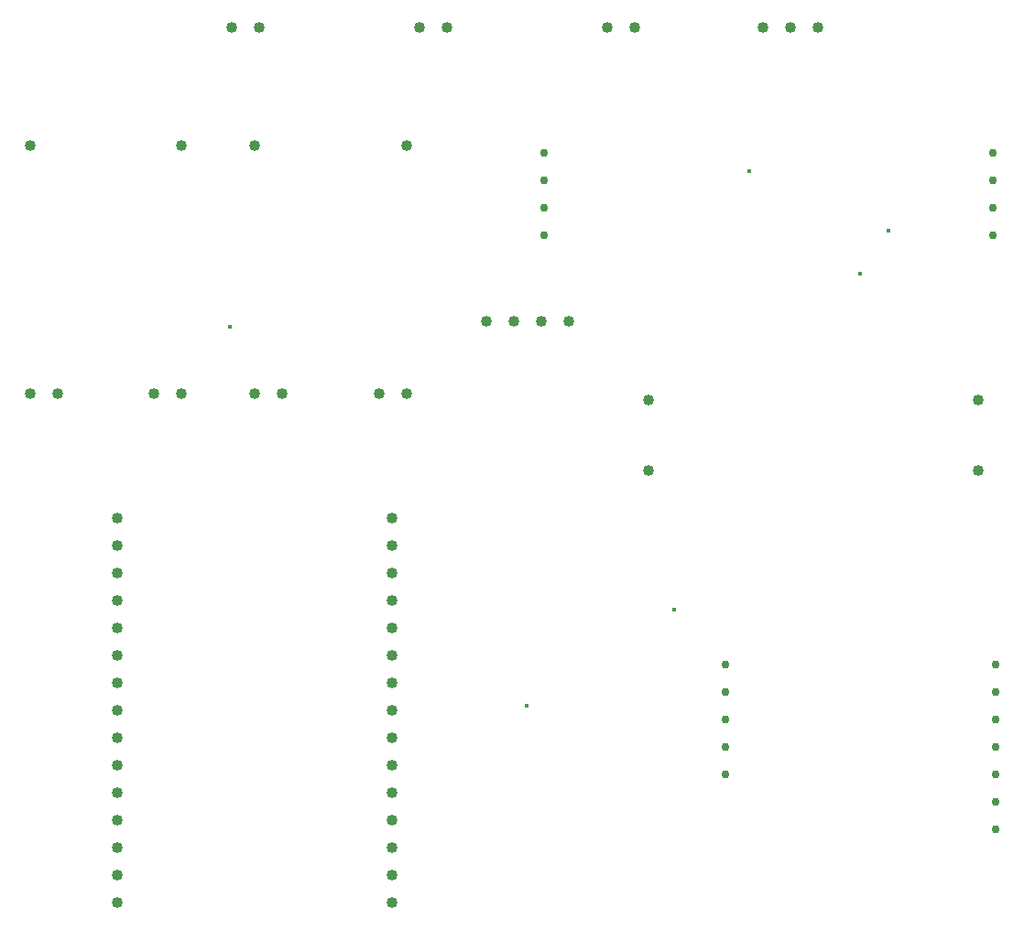
<source format=gbr>
G04 PROTEUS GERBER X2 FILE*
%TF.GenerationSoftware,Labcenter,Proteus,8.13-SP0-Build31525*%
%TF.CreationDate,2025-07-06T18:18:02+00:00*%
%TF.FileFunction,Plated,1,2,PTH*%
%TF.FilePolarity,Positive*%
%TF.Part,Single*%
%TF.SameCoordinates,{7c6f6ce9-c7c3-4c68-b218-349a6216ac96}*%
%FSLAX45Y45*%
%MOMM*%
G01*
%TA.AperFunction,ViaDrill*%
%ADD46C,0.381000*%
%TA.AperFunction,ComponentDrill*%
%ADD47C,1.016000*%
%TA.AperFunction,ComponentDrill*%
%ADD48C,0.762000*%
%TD.AperFunction*%
D46*
X-2583575Y+1670087D03*
X+3504138Y+2562505D03*
X+3242010Y+2164313D03*
X+2217956Y+3108263D03*
X+1521836Y-946771D03*
X+163047Y-1837346D03*
D47*
X-2310000Y+4440000D03*
X-2564000Y+4440000D03*
X-3030000Y+3350000D03*
X-4430000Y+3350000D03*
X-4430000Y+1050000D03*
X-4176000Y+1050000D03*
X-3284000Y+1050000D03*
X-3030000Y+1050000D03*
X-950000Y+3350000D03*
X-2350000Y+3350000D03*
X-2350000Y+1050000D03*
X-2096000Y+1050000D03*
X-1204000Y+1050000D03*
X-950000Y+1050000D03*
X+1285000Y+995000D03*
X+1285000Y+345000D03*
X+4335000Y+345000D03*
X+4335000Y+995000D03*
X+910000Y+4440000D03*
X+1164000Y+4440000D03*
X-830000Y+4440000D03*
X-576000Y+4440000D03*
D48*
X+325000Y+3281000D03*
X+325000Y+3027000D03*
X+325000Y+2773000D03*
X+325000Y+2519000D03*
X+4475000Y+2519000D03*
X+4475000Y+2773000D03*
X+4475000Y+3027000D03*
X+4475000Y+3281000D03*
D47*
X+2858000Y+4440000D03*
X+2604000Y+4440000D03*
X+2350000Y+4440000D03*
X-1080000Y-3652000D03*
X-1080000Y-3398000D03*
X-1080000Y-3144000D03*
X-1080000Y-2890000D03*
X-1080000Y-2636000D03*
X-1080000Y-2382000D03*
X-1080000Y-2128000D03*
X-1080000Y-1874000D03*
X-1080000Y-1620000D03*
X-1080000Y-1366000D03*
X-1080000Y-1112000D03*
X-1080000Y-858000D03*
X-1080000Y-604000D03*
X-1080000Y-350000D03*
X-1080000Y-96000D03*
X-3620000Y-96000D03*
X-3620000Y-350000D03*
X-3620000Y-604000D03*
X-3620000Y-858000D03*
X-3620000Y-1112000D03*
X-3620000Y-1366000D03*
X-3620000Y-1620000D03*
X-3620000Y-1874000D03*
X-3620000Y-2128000D03*
X-3620000Y-2382000D03*
X-3620000Y-2636000D03*
X-3620000Y-2890000D03*
X-3620000Y-3144000D03*
X-3620000Y-3398000D03*
X-3620000Y-3652000D03*
X-211000Y+1720000D03*
X+43000Y+1720000D03*
X+297000Y+1720000D03*
X+551000Y+1720000D03*
D48*
X+2000000Y-1456000D03*
X+2000000Y-1710000D03*
X+2000000Y-1964000D03*
X+2000000Y-2218000D03*
X+2000000Y-2472000D03*
X+4500000Y-2980000D03*
X+4500000Y-2726000D03*
X+4500000Y-2472000D03*
X+4500000Y-2218000D03*
X+4500000Y-1964000D03*
X+4500000Y-1710000D03*
X+4500000Y-1456000D03*
M02*

</source>
